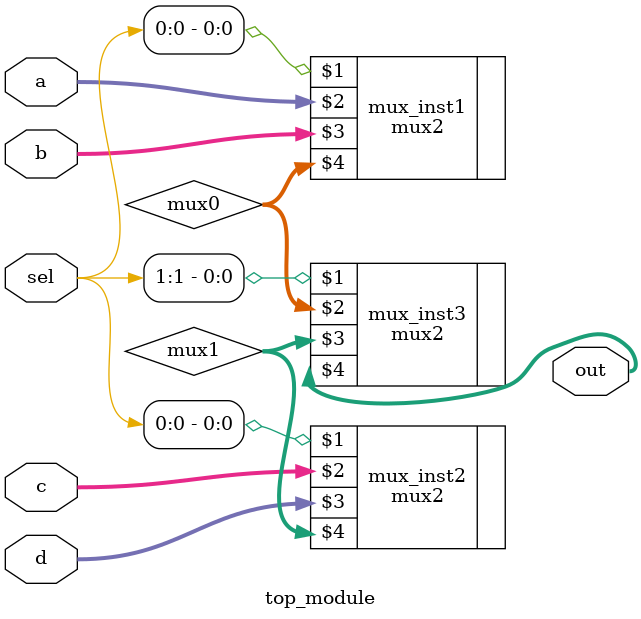
<source format=v>
module top_module (
    input [1:0] sel,
    input [7:0] a,
    input [7:0] b,
    input [7:0] c,
    input [7:0] d,
    output [7:0] out  ); 

    wire [7:0] mux0;
	wire [7:0] mux1;
	
    mux2 mux_inst1 ( sel[0],    a,    b, mux0 );
    mux2 mux_inst2 ( sel[0],    c,    d, mux1 );
    mux2 mux_inst3 ( sel[1], mux0, mux1,  out );

endmodule

</source>
